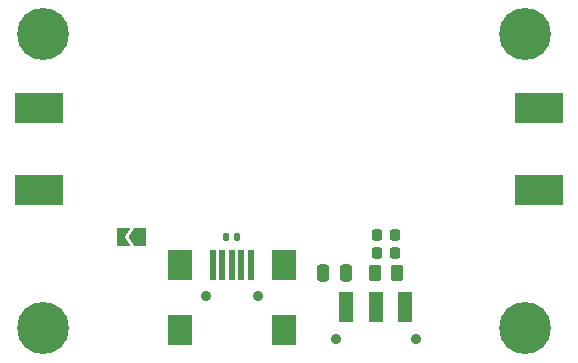
<source format=gbs>
G04 #@! TF.GenerationSoftware,KiCad,Pcbnew,(6.0.5-0)*
G04 #@! TF.CreationDate,2022-11-14T20:13:07-05:00*
G04 #@! TF.ProjectId,switchable-rf-attenuator,73776974-6368-4616-926c-652d72662d61,rev?*
G04 #@! TF.SameCoordinates,Original*
G04 #@! TF.FileFunction,Soldermask,Bot*
G04 #@! TF.FilePolarity,Negative*
%FSLAX46Y46*%
G04 Gerber Fmt 4.6, Leading zero omitted, Abs format (unit mm)*
G04 Created by KiCad (PCBNEW (6.0.5-0)) date 2022-11-14 20:13:07*
%MOMM*%
%LPD*%
G01*
G04 APERTURE LIST*
G04 Aperture macros list*
%AMRoundRect*
0 Rectangle with rounded corners*
0 $1 Rounding radius*
0 $2 $3 $4 $5 $6 $7 $8 $9 X,Y pos of 4 corners*
0 Add a 4 corners polygon primitive as box body*
4,1,4,$2,$3,$4,$5,$6,$7,$8,$9,$2,$3,0*
0 Add four circle primitives for the rounded corners*
1,1,$1+$1,$2,$3*
1,1,$1+$1,$4,$5*
1,1,$1+$1,$6,$7*
1,1,$1+$1,$8,$9*
0 Add four rect primitives between the rounded corners*
20,1,$1+$1,$2,$3,$4,$5,0*
20,1,$1+$1,$4,$5,$6,$7,0*
20,1,$1+$1,$6,$7,$8,$9,0*
20,1,$1+$1,$8,$9,$2,$3,0*%
%AMFreePoly0*
4,1,6,1.000000,0.000000,0.500000,-0.750000,-0.500000,-0.750000,-0.500000,0.750000,0.500000,0.750000,1.000000,0.000000,1.000000,0.000000,$1*%
%AMFreePoly1*
4,1,6,0.500000,-0.750000,-0.650000,-0.750000,-0.150000,0.000000,-0.650000,0.750000,0.500000,0.750000,0.500000,-0.750000,0.500000,-0.750000,$1*%
G04 Aperture macros list end*
%ADD10C,0.700000*%
%ADD11C,4.400000*%
%ADD12R,4.190000X2.665000*%
%ADD13C,0.900000*%
%ADD14R,1.250000X2.500000*%
%ADD15RoundRect,0.218750X-0.218750X-0.256250X0.218750X-0.256250X0.218750X0.256250X-0.218750X0.256250X0*%
%ADD16RoundRect,0.147500X-0.147500X-0.172500X0.147500X-0.172500X0.147500X0.172500X-0.147500X0.172500X0*%
%ADD17FreePoly0,180.000000*%
%ADD18FreePoly1,180.000000*%
%ADD19RoundRect,0.225000X-0.225000X-0.250000X0.225000X-0.250000X0.225000X0.250000X-0.225000X0.250000X0*%
%ADD20RoundRect,0.250000X0.262500X0.450000X-0.262500X0.450000X-0.262500X-0.450000X0.262500X-0.450000X0*%
%ADD21RoundRect,0.250000X0.250000X0.475000X-0.250000X0.475000X-0.250000X-0.475000X0.250000X-0.475000X0*%
%ADD22R,0.500000X2.500000*%
%ADD23R,2.000000X2.500000*%
G04 APERTURE END LIST*
D10*
X187350000Y-108300000D03*
X190166726Y-109466726D03*
X189000000Y-109950000D03*
X190650000Y-108300000D03*
X190166726Y-107133274D03*
X187833274Y-109466726D03*
D11*
X189000000Y-108300000D03*
D10*
X187833274Y-107133274D03*
X189000000Y-106650000D03*
D12*
X147800000Y-114507500D03*
X147800000Y-121492500D03*
D10*
X149316726Y-132033274D03*
X148150000Y-131550000D03*
X148150000Y-134850000D03*
X149316726Y-134366726D03*
X146500000Y-133200000D03*
X146983274Y-134366726D03*
X146983274Y-132033274D03*
X149800000Y-133200000D03*
D11*
X148200000Y-133200000D03*
D12*
X190200000Y-121492500D03*
X190200000Y-114507500D03*
D10*
X149366726Y-109466726D03*
X147033274Y-107133274D03*
X146550000Y-108300000D03*
X147033274Y-109466726D03*
D11*
X148200000Y-108300000D03*
D10*
X149366726Y-107133274D03*
X149850000Y-108300000D03*
X148200000Y-106650000D03*
X148200000Y-109950000D03*
X187833274Y-134366726D03*
X190166726Y-132033274D03*
X190650000Y-133200000D03*
D11*
X189000000Y-133200000D03*
D10*
X189000000Y-134850000D03*
X189000000Y-131550000D03*
X187350000Y-133200000D03*
X190166726Y-134366726D03*
X187833274Y-132033274D03*
D13*
X172950000Y-134100000D03*
X179750000Y-134100000D03*
D14*
X178850000Y-131350000D03*
X176350000Y-131350000D03*
X173850000Y-131350000D03*
D15*
X176450000Y-126810000D03*
X178025000Y-126810000D03*
D16*
X163665000Y-125450000D03*
X164635000Y-125450000D03*
D17*
X156425000Y-125500000D03*
D18*
X154975000Y-125500000D03*
D19*
X176462500Y-125300000D03*
X178012500Y-125300000D03*
D20*
X178150000Y-128550000D03*
X176325000Y-128550000D03*
D21*
X173800000Y-128550000D03*
X171900000Y-128550000D03*
D13*
X161950000Y-130425000D03*
X166350000Y-130425000D03*
D22*
X165750000Y-127825000D03*
X164950000Y-127825000D03*
X164150000Y-127825000D03*
X163350000Y-127825000D03*
X162550000Y-127825000D03*
D23*
X168550000Y-127825000D03*
X159750000Y-133325000D03*
X168550000Y-133325000D03*
X159750000Y-127825000D03*
M02*

</source>
